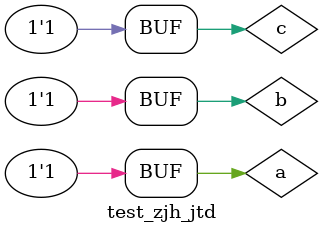
<source format=v>
`timescale 10ns/1ns
module test_zjh_BasGate;
     reg a,b;
     wire y1,y2,y3,y4,y5,y6;
     zjh_BasGate u0(a,b,y1,y2,y3,y4,y5,y6);
     initial
     begin
         a=0;b=0;
     #10 b=1;
     #10 a=1;
     #10 b=0;
     end
endmodule

module test_zjh_cp;
     reg a,b,c;
     wire y;
     zjh_cp u1(a,b,c,y);
     initial 
     begin
         a=0;b=0;c=0;
     #10 c=1;
     #10 b=1;
     #10 c=0;
     #10 a=1;
     #10 b=0;
     #10 c=1;
     #10 b=1;
     end
endmodule


module test_zjh_jtd;
     reg a,b,c;
     wire y;
     zjh_jtd u12(a,b,c,y);
     initial 
     begin
         a=0;b=0;c=0;
     #10 c=1;
     #10 b=1;
     #10 c=0;
     #10 a=1;
     #10 b=0;
     #10 c=1;
     #10 b=1;
     end
endmodule


</source>
